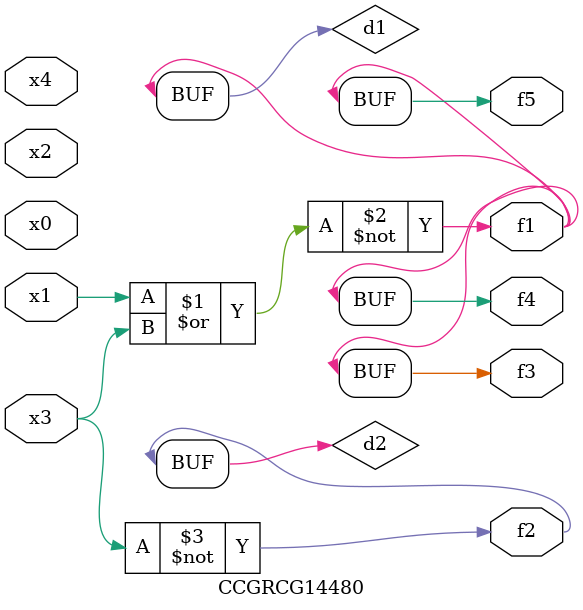
<source format=v>
module CCGRCG14480(
	input x0, x1, x2, x3, x4,
	output f1, f2, f3, f4, f5
);

	wire d1, d2;

	nor (d1, x1, x3);
	not (d2, x3);
	assign f1 = d1;
	assign f2 = d2;
	assign f3 = d1;
	assign f4 = d1;
	assign f5 = d1;
endmodule

</source>
